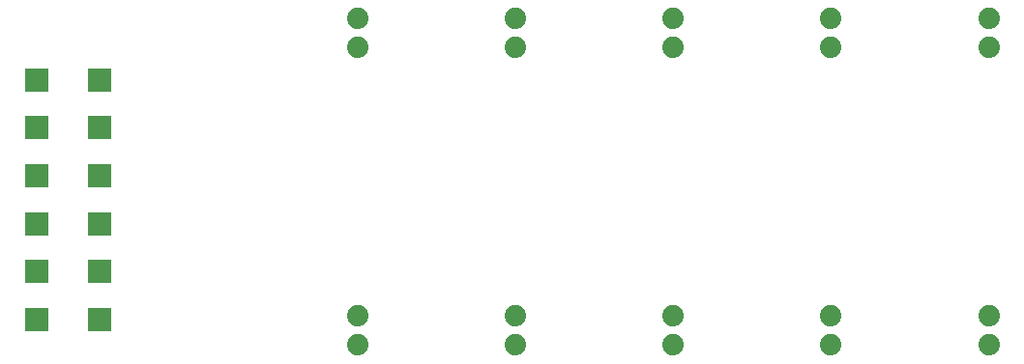
<source format=gbr>
G04 EAGLE Gerber X2 export*
%TF.Part,Single*%
%TF.FileFunction,Copper,L2,Bot,Mixed*%
%TF.FilePolarity,Positive*%
%TF.GenerationSoftware,Autodesk,EAGLE,9.0.0*%
%TF.CreationDate,2018-05-03T13:10:54Z*%
G75*
%MOMM*%
%FSLAX34Y34*%
%LPD*%
%AMOC8*
5,1,8,0,0,1.08239X$1,22.5*%
G01*
%ADD10C,1.879600*%
%ADD11R,2.100000X2.100000*%


D10*
X495300Y908050D03*
X495300Y882650D03*
X909638Y908050D03*
X909638Y882650D03*
X495300Y622300D03*
X495300Y647700D03*
X909638Y622300D03*
X909638Y647700D03*
X1047750Y622300D03*
X1047750Y647700D03*
X633413Y908050D03*
X633413Y882650D03*
X1047750Y908050D03*
X1047750Y882650D03*
X633413Y622300D03*
X633413Y647700D03*
X771525Y622300D03*
X771525Y647700D03*
X771525Y908050D03*
X771525Y882650D03*
D11*
X268800Y854300D03*
X268800Y812300D03*
X268800Y770300D03*
X268800Y728300D03*
X268800Y686300D03*
X268800Y644300D03*
X213800Y644300D03*
X213800Y770300D03*
X213800Y728300D03*
X213800Y686300D03*
X213800Y812300D03*
X213800Y854300D03*
M02*

</source>
